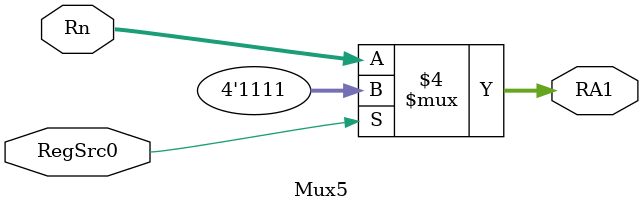
<source format=v>
`timescale 1ns / 1ps


module Mux5(
    input      [3:0]  Rn,
    input             RegSrc0,
    output reg [3:0]  RA1
    );
    
    always @(*) begin
        if (RegSrc0 == 1) begin
            RA1 = 4'b1111;
        end else begin
            RA1 = Rn;
        end
    end
    
endmodule
</source>
